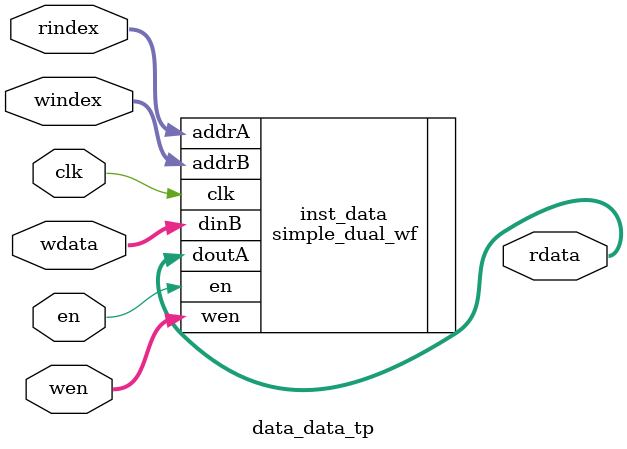
<source format=v>
`timescale 1ns / 1ps
module data_data_tp#(
    parameter LINE  = 128,
    parameter BLOCK = 8
)(
    input                     clk   ,
    input                     en    ,
    input  [4*BLOCK-1     :0] wen   ,
    input  [$clog2(LINE)-1:0] rindex,
    input  [$clog2(LINE)-1:0] windex,
    input  [32*BLOCK-1    :0] wdata ,
    output [32*BLOCK-1    :0] rdata
);

    /* reg  [32*BLOCK-1    :0] wdata_reg; */
    /* reg  [4*BLOCK-1     :0] wen_reg; */
    /* reg                     col_reg; */
    /* wire [32*BLOCK-1    :0] doutb; */
    /* wire col = (rindex == windex) && |wen; */
    /**/
    /* always @(posedge clk) begin */
    /*     col_reg    <= col; */
    /*     wdata_reg  <= wdata; */
    /*     wen_reg    <= wen; */
    /* end */
    /**/
    /* wire [32*BLOCK-1    :0] collison_output; */
    /**/
    /* genvar i; */
    /* generate */
    /*     for (i = 0; i < (32*BLOCK); i = i + 1) begin */
    /*         assign collison_output[i] = wen_reg[i >> 3] ? wdata_reg[i] : doutb[i]; */
    /*     end */
    /* endgenerate */
    /**/
    /* assign rdata = col_reg ? collison_output : doutb; */
    /**/
simple_dual_wf #(
    .NUM_COL         (   4*BLOCK),
    .COL_WIDTH       (   8),
    .ADDR_WIDTH      (  $clog2(LINE))
    ) inst_data (
    .clk(clk),
    .en(en), 
    .addrA(rindex),
    .doutA(rdata),
    .wen(wen),
    .addrB(windex),
    .dinB(wdata)
    );
endmodule

</source>
